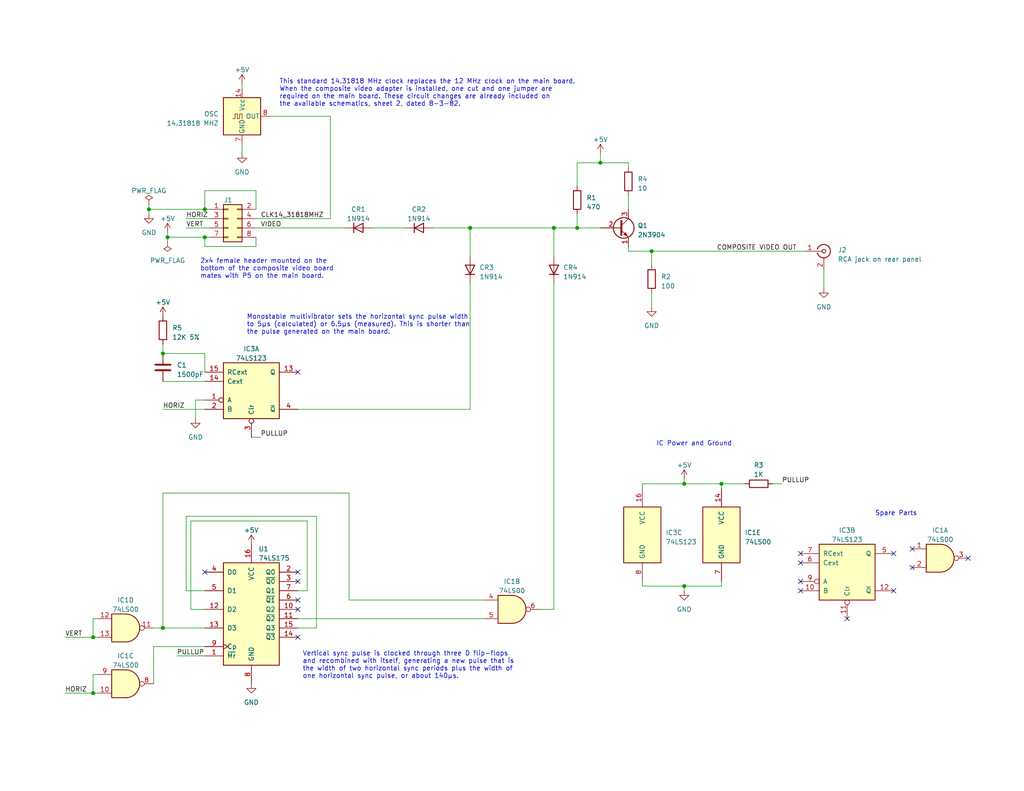
<source format=kicad_sch>
(kicad_sch (version 20230121) (generator eeschema)
  (paper "USLetter")
  (title_block (title "Zorba Composite Video Adapter") (date "2023-02-15") (company "MODCOMP") (comment 1 "Paul Williamson KB5MU") (comment 2 "Reversed engineered 2023-02-15") (comment 3 "810-300065-001A") (comment 4 "3783  MEI  47819  "))
  (lib_symbols
    (symbol "74xx:74LS00" (pin_names (offset 1.016))
      (property "Reference" "U" (at 0 1.27 0))
      (property "Value" "74LS00" (at 0 -1.27 0))
      (symbol "74LS00_1_1"
        (arc (start 0 -3.81) (mid 3.7934 0) (end 0 3.81) (stroke (width 0.254)) (fill (type background)))
        (polyline (pts (xy 0 3.81) (xy -3.81 3.81) (xy -3.81 -3.81) (xy 0 -3.81)) (stroke (width 0.254)) (fill (type background)))
        (pin input line (at -7.62 2.54 0) (length 3.81) (name "~") (number "1"))
        (pin input line (at -7.62 -2.54 0) (length 3.81) (name "~") (number "2"))
        (pin output inverted (at 7.62 0 180) (length 3.81) (name "~") (number "3"))
      )
      (symbol "74LS00_1_2"
        (arc (start -3.81 -3.81) (mid -2.589 0) (end -3.81 3.81) (stroke (width 0.254)))
        (arc (start -0.6096 -3.81) (mid 2.1842 -2.5851) (end 3.81 0) (stroke (width 0.254)) (fill (type background)))
        (polyline (pts (xy -3.81 -3.81) (xy -0.635 -3.81)) (stroke (width 0.254)) (fill (type background)))
        (polyline (pts (xy -3.81 3.81) (xy -0.635 3.81)) (stroke (width 0.254)) (fill (type background)))
        (polyline (pts (xy -0.635 3.81) (xy -3.81 3.81) (xy -3.81 3.81) (xy -3.556 3.4036) (xy -3.0226 2.2606) (xy -2.6924 1.0414) (xy -2.6162 -0.254) (xy -2.7686 -1.4986) (xy -3.175 -2.7178) (xy -3.81 -3.81) (xy -3.81 -3.81) (xy -0.635 -3.81)) (stroke (width -25.4)) (fill (type background)))
        (arc (start 3.81 0) (mid 2.1915 2.5936) (end -0.6096 3.81) (stroke (width 0.254)) (fill (type background)))
        (pin input inverted (at -7.62 2.54 0) (length 4.318) (name "~") (number "1"))
        (pin input inverted (at -7.62 -2.54 0) (length 4.318) (name "~") (number "2"))
        (pin output line (at 7.62 0 180) (length 3.81) (name "~") (number "3"))
      )
      (symbol "74LS00_2_1"
        (arc (start 0 -3.81) (mid 3.7934 0) (end 0 3.81) (stroke (width 0.254)) (fill (type background)))
        (polyline (pts (xy 0 3.81) (xy -3.81 3.81) (xy -3.81 -3.81) (xy 0 -3.81)) (stroke (width 0.254)) (fill (type background)))
        (pin input line (at -7.62 2.54 0) (length 3.81) (name "~") (number "4"))
        (pin input line (at -7.62 -2.54 0) (length 3.81) (name "~") (number "5"))
        (pin output inverted (at 7.62 0 180) (length 3.81) (name "~") (number "6"))
      )
      (symbol "74LS00_2_2"
        (arc (start -3.81 -3.81) (mid -2.589 0) (end -3.81 3.81) (stroke (width 0.254)))
        (arc (start -0.6096 -3.81) (mid 2.1842 -2.5851) (end 3.81 0) (stroke (width 0.254)) (fill (type background)))
        (polyline (pts (xy -3.81 -3.81) (xy -0.635 -3.81)) (stroke (width 0.254)) (fill (type background)))
        (polyline (pts (xy -3.81 3.81) (xy -0.635 3.81)) (stroke (width 0.254)) (fill (type background)))
        (polyline (pts (xy -0.635 3.81) (xy -3.81 3.81) (xy -3.81 3.81) (xy -3.556 3.4036) (xy -3.0226 2.2606) (xy -2.6924 1.0414) (xy -2.6162 -0.254) (xy -2.7686 -1.4986) (xy -3.175 -2.7178) (xy -3.81 -3.81) (xy -3.81 -3.81) (xy -0.635 -3.81)) (stroke (width -25.4)) (fill (type background)))
        (arc (start 3.81 0) (mid 2.1915 2.5936) (end -0.6096 3.81) (stroke (width 0.254)) (fill (type background)))
        (pin input inverted (at -7.62 2.54 0) (length 4.318) (name "~") (number "4"))
        (pin input inverted (at -7.62 -2.54 0) (length 4.318) (name "~") (number "5"))
        (pin output line (at 7.62 0 180) (length 3.81) (name "~") (number "6"))
      )
      (symbol "74LS00_3_1"
        (arc (start 0 -3.81) (mid 3.7934 0) (end 0 3.81) (stroke (width 0.254)) (fill (type background)))
        (polyline (pts (xy 0 3.81) (xy -3.81 3.81) (xy -3.81 -3.81) (xy 0 -3.81)) (stroke (width 0.254)) (fill (type background)))
        (pin input line (at -7.62 -2.54 0) (length 3.81) (name "~") (number "10"))
        (pin output inverted (at 7.62 0 180) (length 3.81) (name "~") (number "8"))
        (pin input line (at -7.62 2.54 0) (length 3.81) (name "~") (number "9"))
      )
      (symbol "74LS00_3_2"
        (arc (start -3.81 -3.81) (mid -2.589 0) (end -3.81 3.81) (stroke (width 0.254)))
        (arc (start -0.6096 -3.81) (mid 2.1842 -2.5851) (end 3.81 0) (stroke (width 0.254)) (fill (type background)))
        (polyline (pts (xy -3.81 -3.81) (xy -0.635 -3.81)) (stroke (width 0.254)) (fill (type background)))
        (polyline (pts (xy -3.81 3.81) (xy -0.635 3.81)) (stroke (width 0.254)) (fill (type background)))
        (polyline (pts (xy -0.635 3.81) (xy -3.81 3.81) (xy -3.81 3.81) (xy -3.556 3.4036) (xy -3.0226 2.2606) (xy -2.6924 1.0414) (xy -2.6162 -0.254) (xy -2.7686 -1.4986) (xy -3.175 -2.7178) (xy -3.81 -3.81) (xy -3.81 -3.81) (xy -0.635 -3.81)) (stroke (width -25.4)) (fill (type background)))
        (arc (start 3.81 0) (mid 2.1915 2.5936) (end -0.6096 3.81) (stroke (width 0.254)) (fill (type background)))
        (pin input inverted (at -7.62 -2.54 0) (length 4.318) (name "~") (number "10"))
        (pin output line (at 7.62 0 180) (length 3.81) (name "~") (number "8"))
        (pin input inverted (at -7.62 2.54 0) (length 4.318) (name "~") (number "9"))
      )
      (symbol "74LS00_4_1"
        (arc (start 0 -3.81) (mid 3.7934 0) (end 0 3.81) (stroke (width 0.254)) (fill (type background)))
        (polyline (pts (xy 0 3.81) (xy -3.81 3.81) (xy -3.81 -3.81) (xy 0 -3.81)) (stroke (width 0.254)) (fill (type background)))
        (pin output inverted (at 7.62 0 180) (length 3.81) (name "~") (number "11"))
        (pin input line (at -7.62 2.54 0) (length 3.81) (name "~") (number "12"))
        (pin input line (at -7.62 -2.54 0) (length 3.81) (name "~") (number "13"))
      )
      (symbol "74LS00_4_2"
        (arc (start -3.81 -3.81) (mid -2.589 0) (end -3.81 3.81) (stroke (width 0.254)))
        (arc (start -0.6096 -3.81) (mid 2.1842 -2.5851) (end 3.81 0) (stroke (width 0.254)) (fill (type background)))
        (polyline (pts (xy -3.81 -3.81) (xy -0.635 -3.81)) (stroke (width 0.254)) (fill (type background)))
        (polyline (pts (xy -3.81 3.81) (xy -0.635 3.81)) (stroke (width 0.254)) (fill (type background)))
        (polyline (pts (xy -0.635 3.81) (xy -3.81 3.81) (xy -3.81 3.81) (xy -3.556 3.4036) (xy -3.0226 2.2606) (xy -2.6924 1.0414) (xy -2.6162 -0.254) (xy -2.7686 -1.4986) (xy -3.175 -2.7178) (xy -3.81 -3.81) (xy -3.81 -3.81) (xy -0.635 -3.81)) (stroke (width -25.4)) (fill (type background)))
        (arc (start 3.81 0) (mid 2.1915 2.5936) (end -0.6096 3.81) (stroke (width 0.254)) (fill (type background)))
        (pin output line (at 7.62 0 180) (length 3.81) (name "~") (number "11"))
        (pin input inverted (at -7.62 2.54 0) (length 4.318) (name "~") (number "12"))
        (pin input inverted (at -7.62 -2.54 0) (length 4.318) (name "~") (number "13"))
      )
      (symbol "74LS00_5_0"
        (pin power_in line (at 0 12.7 270) (length 5.08) (name "VCC") (number "14"))
        (pin power_in line (at 0 -12.7 90) (length 5.08) (name "GND") (number "7"))
      )
      (symbol "74LS00_5_1"
        (rectangle (start -5.08 7.62) (end 5.08 -7.62) (stroke (width 0.254)) (fill (type background)))
      )
    )
    (symbol "74xx:74LS123" (pin_names (offset 1.016))
      (property "Reference" "U" (at -7.62 8.89 0))
      (property "Value" "74LS123" (at -7.62 -8.89 0))
      (symbol "74LS123_1_0"
        (pin input inverted (at -12.7 -2.54 0) (length 5.08) (name "A") (number "1"))
        (pin output line (at 12.7 5.08 180) (length 5.08) (name "Q") (number "13"))
        (pin input line (at -12.7 2.54 0) (length 5.08) (name "Cext") (number "14"))
        (pin input line (at -12.7 5.08 0) (length 5.08) (name "RCext") (number "15"))
        (pin input line (at -12.7 -5.08 0) (length 5.08) (name "B") (number "2"))
        (pin input inverted (at 0 -12.7 90) (length 5.08) (name "Clr") (number "3"))
        (pin output line (at 12.7 -5.08 180) (length 5.08) (name "~{Q}") (number "4"))
      )
      (symbol "74LS123_1_1"
        (rectangle (start -7.62 7.62) (end 7.62 -7.62) (stroke (width 0.254)) (fill (type background)))
      )
      (symbol "74LS123_2_0"
        (pin input line (at -12.7 -5.08 0) (length 5.08) (name "B") (number "10"))
        (pin input inverted (at 0 -12.7 90) (length 5.08) (name "Clr") (number "11"))
        (pin output line (at 12.7 -5.08 180) (length 5.08) (name "~{Q}") (number "12"))
        (pin output line (at 12.7 5.08 180) (length 5.08) (name "Q") (number "5"))
        (pin input line (at -12.7 2.54 0) (length 5.08) (name "Cext") (number "6"))
        (pin input line (at -12.7 5.08 0) (length 5.08) (name "RCext") (number "7"))
        (pin input inverted (at -12.7 -2.54 0) (length 5.08) (name "A") (number "9"))
      )
      (symbol "74LS123_2_1"
        (rectangle (start -7.62 7.62) (end 7.62 -7.62) (stroke (width 0.254)) (fill (type background)))
      )
      (symbol "74LS123_3_0"
        (pin power_in line (at 0 12.7 270) (length 5.08) (name "VCC") (number "16"))
        (pin power_in line (at 0 -12.7 90) (length 5.08) (name "GND") (number "8"))
      )
      (symbol "74LS123_3_1"
        (rectangle (start -5.08 7.62) (end 5.08 -7.62) (stroke (width 0.254)) (fill (type background)))
      )
    )
    (symbol "74xx:74LS175" (pin_names (offset 1.016))
      (property "Reference" "U" (at -7.62 13.97 0))
      (property "Value" "74LS175" (at -7.62 -16.51 0))
      (symbol "74LS175_1_0"
        (pin input line (at -12.7 -12.7 0) (length 5.08) (name "~{Mr}") (number "1"))
        (pin output line (at 12.7 0 180) (length 5.08) (name "Q2") (number "10"))
        (pin output line (at 12.7 -2.54 180) (length 5.08) (name "~{Q2}") (number "11"))
        (pin input line (at -12.7 0 0) (length 5.08) (name "D2") (number "12"))
        (pin input line (at -12.7 -5.08 0) (length 5.08) (name "D3") (number "13"))
        (pin output line (at 12.7 -7.62 180) (length 5.08) (name "~{Q3}") (number "14"))
        (pin output line (at 12.7 -5.08 180) (length 5.08) (name "Q3") (number "15"))
        (pin power_in line (at 0 17.78 270) (length 5.08) (name "VCC") (number "16"))
        (pin output line (at 12.7 10.16 180) (length 5.08) (name "Q0") (number "2"))
        (pin output line (at 12.7 7.62 180) (length 5.08) (name "~{Q0}") (number "3"))
        (pin input line (at -12.7 10.16 0) (length 5.08) (name "D0") (number "4"))
        (pin input line (at -12.7 5.08 0) (length 5.08) (name "D1") (number "5"))
        (pin output line (at 12.7 2.54 180) (length 5.08) (name "~{Q1}") (number "6"))
        (pin output line (at 12.7 5.08 180) (length 5.08) (name "Q1") (number "7"))
        (pin power_in line (at 0 -20.32 90) (length 5.08) (name "GND") (number "8"))
        (pin input clock (at -12.7 -10.16 0) (length 5.08) (name "Cp") (number "9"))
      )
      (symbol "74LS175_1_1"
        (rectangle (start -7.62 12.7) (end 7.62 -15.24) (stroke (width 0.254)) (fill (type background)))
      )
    )
    (symbol "Connector:Conn_Coaxial" (pin_names (offset 1.016) hide)
      (property "Reference" "J" (at 0.254 3.048 0))
      (property "Value" "Conn_Coaxial" (at 2.921 0 90))
      (symbol "Conn_Coaxial_0_1"
        (arc (start -1.778 -0.508) (mid 0.2311 -1.8066) (end 1.778 0) (stroke (width 0.254)))
        (polyline (pts (xy -2.54 0) (xy -0.508 0)))
        (polyline (pts (xy 0 -2.54) (xy 0 -1.778)))
        (circle (center 0 0) (radius 0.508) (stroke (width 0.2032)))
        (arc (start 1.778 0) (mid 0.2099 1.8101) (end -1.778 0.508) (stroke (width 0.254)))
      )
      (symbol "Conn_Coaxial_1_1"
        (pin passive line (at -5.08 0 0) (length 2.54) (name "In") (number "1"))
        (pin passive line (at 0 -5.08 90) (length 2.54) (name "Ext") (number "2"))
      )
    )
    (symbol "Connector_Generic:Conn_02x04_Odd_Even" (pin_names (offset 1.016) hide)
      (property "Reference" "J" (at 1.27 5.08 0))
      (property "Value" "Conn_02x04_Odd_Even" (at 1.27 -7.62 0))
      (symbol "Conn_02x04_Odd_Even_1_1"
        (rectangle (start -1.27 -4.953) (end 0 -5.207) (stroke (width 0.1524)))
        (rectangle (start -1.27 -2.413) (end 0 -2.667) (stroke (width 0.1524)))
        (rectangle (start -1.27 0.127) (end 0 -0.127) (stroke (width 0.1524)))
        (rectangle (start -1.27 2.667) (end 0 2.413) (stroke (width 0.1524)))
        (rectangle (start -1.27 3.81) (end 3.81 -6.35) (stroke (width 0.254)) (fill (type background)))
        (rectangle (start 3.81 -4.953) (end 2.54 -5.207) (stroke (width 0.1524)))
        (rectangle (start 3.81 -2.413) (end 2.54 -2.667) (stroke (width 0.1524)))
        (rectangle (start 3.81 0.127) (end 2.54 -0.127) (stroke (width 0.1524)))
        (rectangle (start 3.81 2.667) (end 2.54 2.413) (stroke (width 0.1524)))
        (pin passive line (at -5.08 2.54 0) (length 3.81) (name "Pin_1") (number "1"))
        (pin passive line (at 7.62 2.54 180) (length 3.81) (name "Pin_2") (number "2"))
        (pin passive line (at -5.08 0 0) (length 3.81) (name "Pin_3") (number "3"))
        (pin passive line (at 7.62 0 180) (length 3.81) (name "Pin_4") (number "4"))
        (pin passive line (at -5.08 -2.54 0) (length 3.81) (name "Pin_5") (number "5"))
        (pin passive line (at 7.62 -2.54 180) (length 3.81) (name "Pin_6") (number "6"))
        (pin passive line (at -5.08 -5.08 0) (length 3.81) (name "Pin_7") (number "7"))
        (pin passive line (at 7.62 -5.08 180) (length 3.81) (name "Pin_8") (number "8"))
      )
    )
    (symbol "Device:C" (pin_numbers hide) (pin_names (offset 0.254))
      (property "Reference" "C" (at 0.635 2.54 0))
      (property "Value" "C" (at 0.635 -2.54 0))
      (symbol "C_0_1"
        (polyline (pts (xy -2.032 -0.762) (xy 2.032 -0.762)) (stroke (width 0.508)))
        (polyline (pts (xy -2.032 0.762) (xy 2.032 0.762)) (stroke (width 0.508)))
      )
      (symbol "C_1_1"
        (pin passive line (at 0 3.81 270) (length 2.794) (name "~") (number "1"))
        (pin passive line (at 0 -3.81 90) (length 2.794) (name "~") (number "2"))
      )
    )
    (symbol "Device:R" (pin_numbers hide) (pin_names (offset 0))
      (property "Reference" "R" (at 2.032 0 90))
      (property "Value" "R" (at 0 0 90))
      (symbol "R_0_1"
        (rectangle (start -1.016 -2.54) (end 1.016 2.54) (stroke (width 0.254)))
      )
      (symbol "R_1_1"
        (pin passive line (at 0 3.81 270) (length 1.27) (name "~") (number "1"))
        (pin passive line (at 0 -3.81 90) (length 1.27) (name "~") (number "2"))
      )
    )
    (symbol "Diode:1N914" (pin_numbers hide) (pin_names hide)
      (property "Reference" "D" (at 0 2.54 0))
      (property "Value" "1N914" (at 0 -2.54 0))
      (symbol "1N914_0_1"
        (polyline (pts (xy -1.27 1.27) (xy -1.27 -1.27)) (stroke (width 0.254)))
        (polyline (pts (xy 1.27 0) (xy -1.27 0)))
        (polyline (pts (xy 1.27 1.27) (xy 1.27 -1.27) (xy -1.27 0) (xy 1.27 1.27)) (stroke (width 0.254)))
      )
      (symbol "1N914_1_1"
        (pin passive line (at -3.81 0 0) (length 2.54) (name "K") (number "1"))
        (pin passive line (at 3.81 0 180) (length 2.54) (name "A") (number "2"))
      )
    )
    (symbol "Oscillator:TCXO-14" (pin_names (offset 0.254))
      (property "Reference" "X" (at -5.08 6.35 0))
      (property "Value" "TCXO-14" (at 1.27 -6.35 0))
      (symbol "TCXO-14_0_1"
        (rectangle (start -5.08 5.08) (end 5.08 -5.08) (stroke (width 0.254)) (fill (type background)))
        (polyline (pts (xy -2.54 -0.635) (xy -1.905 -0.635) (xy -1.905 0.635) (xy -1.27 0.635) (xy -1.27 -0.635) (xy -0.635 -0.635) (xy -0.635 0.635) (xy 0 0.635) (xy 0 -0.635)))
      )
      (symbol "TCXO-14_1_1"
        (pin no_connect line (at -5.08 2.54 0) (length 2.54) hide (name "NC") (number "1"))
        (pin power_in line (at 0 7.62 270) (length 2.54) (name "Vcc") (number "14"))
        (pin power_in line (at 0 -7.62 90) (length 2.54) (name "GND") (number "7"))
        (pin output line (at 7.62 0 180) (length 2.54) (name "OUT") (number "8"))
      )
    )
    (symbol "Transistor_BJT:2N3904" (pin_names (offset 0) hide)
      (property "Reference" "Q" (at 5.08 1.905 0))
      (property "Value" "2N3904" (at 5.08 0 0))
      (symbol "2N3904_0_1"
        (polyline (pts (xy 0.635 0.635) (xy 2.54 2.54)))
        (polyline (pts (xy 0.635 -0.635) (xy 2.54 -2.54) (xy 2.54 -2.54)))
        (polyline (pts (xy 0.635 1.905) (xy 0.635 -1.905) (xy 0.635 -1.905)) (stroke (width 0.508)))
        (polyline (pts (xy 1.27 -1.778) (xy 1.778 -1.27) (xy 2.286 -2.286) (xy 1.27 -1.778) (xy 1.27 -1.778)) (fill (type outline)))
        (circle (center 1.27 0) (radius 2.8194) (stroke (width 0.254)))
      )
      (symbol "2N3904_1_1"
        (pin passive line (at 2.54 -5.08 90) (length 2.54) (name "E") (number "1"))
        (pin passive line (at -5.08 0 0) (length 5.715) (name "B") (number "2"))
        (pin passive line (at 2.54 5.08 270) (length 2.54) (name "C") (number "3"))
      )
    )
    (symbol "power:+5V" (power) (pin_names (offset 0))
      (property "Value" "+5V" (at 0 3.556 0))
      (symbol "+5V_0_1"
        (polyline (pts (xy -0.762 1.27) (xy 0 2.54)))
        (polyline (pts (xy 0 0) (xy 0 2.54)))
        (polyline (pts (xy 0 2.54) (xy 0.762 1.27)))
      )
      (symbol "+5V_1_1"
        (pin power_in line (at 0 0 90) (length 0) hide (name "+5V") (number "1"))
      )
    )
    (symbol "power:GND" (power) (pin_names (offset 0))
      (property "Value" "GND" (at 0 -3.81 0))
      (symbol "GND_0_1"
        (polyline (pts (xy 0 0) (xy 0 -1.27) (xy 1.27 -1.27) (xy 0 -2.54) (xy -1.27 -1.27) (xy 0 -1.27)))
      )
      (symbol "GND_1_1"
        (pin power_in line (at 0 0 270) (length 0) hide (name "GND") (number "1"))
      )
    )
    (symbol "power:PWR_FLAG" (power) (pin_numbers hide) (pin_names (offset 0) hide)
      (property "Value" "PWR_FLAG" (at 0 3.81 0))
      (symbol "PWR_FLAG_0_0"
        (pin power_out line (at 0 0 90) (length 0) (name "pwr") (number "1"))
      )
      (symbol "PWR_FLAG_0_1"
        (polyline (pts (xy 0 0) (xy 0 1.27) (xy -1.016 1.905) (xy 0 2.54) (xy 1.016 1.905) (xy 0 1.27)))
      )
    )
  )
  (junction (at 44.45 171.45))
  (junction (at 157.48 62.23))
  (junction (at 151.13 62.23))
  (junction (at 186.69 160.02))
  (junction (at 45.72 64.77))
  (junction (at 128.27 62.23))
  (junction (at 55.88 64.77))
  (junction (at 25.4 173.99))
  (junction (at 186.69 132.08))
  (junction (at 55.88 57.15))
  (junction (at 163.83 44.45))
  (junction (at 177.8 68.58))
  (junction (at 44.45 96.52))
  (junction (at 25.4 189.23))
  (junction (at 196.85 132.08))
  (junction (at 40.64 57.15))
  (no_connect (at 81.28 101.6))
  (no_connect (at 55.88 156.21))
  (no_connect (at 248.92 149.86))
  (no_connect (at 218.44 153.67))
  (no_connect (at 81.28 158.75))
  (no_connect (at 243.84 161.29))
  (no_connect (at 81.28 156.21))
  (no_connect (at 231.14 168.91))
  (no_connect (at 81.28 166.37))
  (no_connect (at 81.28 163.83))
  (no_connect (at 218.44 151.13))
  (no_connect (at 248.92 154.94))
  (no_connect (at 81.28 173.99))
  (no_connect (at 264.16 152.4))
  (no_connect (at 218.44 161.29))
  (no_connect (at 243.84 151.13))
  (no_connect (at 218.44 158.75))
  (wire (pts (xy 55.88 109.22) (xy 53.34 109.22)))
  (wire (pts (xy 50.8 161.29) (xy 55.88 161.29)))
  (wire (pts (xy 69.85 64.77) (xy 69.85 67.31)))
  (wire (pts (xy 41.91 176.53) (xy 55.88 176.53)))
  (wire (pts (xy 175.26 132.08) (xy 175.26 133.35)))
  (wire (pts (xy 50.8 140.97) (xy 50.8 161.29)))
  (wire (pts (xy 171.45 53.34) (xy 171.45 57.15)))
  (wire (pts (xy 40.64 58.42) (xy 40.64 57.15)))
  (wire (pts (xy 44.45 171.45) (xy 55.88 171.45)))
  (wire (pts (xy 53.34 109.22) (xy 53.34 114.3)))
  (wire (pts (xy 44.45 93.98) (xy 44.45 96.52)))
  (wire (pts (xy 69.85 57.15) (xy 69.85 52.07)))
  (wire (pts (xy 50.8 62.23) (xy 57.15 62.23)))
  (wire (pts (xy 52.07 166.37) (xy 55.88 166.37)))
  (wire (pts (xy 132.08 163.83) (xy 95.25 163.83)))
  (wire (pts (xy 224.79 73.66) (xy 224.79 78.74)))
  (wire (pts (xy 26.67 184.15) (xy 25.4 184.15)))
  (wire (pts (xy 151.13 62.23) (xy 157.48 62.23)))
  (wire (pts (xy 69.85 52.07) (xy 55.88 52.07)))
  (wire (pts (xy 171.45 68.58) (xy 177.8 68.58)))
  (wire (pts (xy 186.69 161.29) (xy 186.69 160.02)))
  (wire (pts (xy 68.58 119.38) (xy 71.12 119.38)))
  (wire (pts (xy 177.8 80.01) (xy 177.8 83.82)))
  (wire (pts (xy 45.72 64.77) (xy 55.88 64.77)))
  (wire (pts (xy 55.88 52.07) (xy 55.88 57.15)))
  (wire (pts (xy 186.69 130.81) (xy 186.69 132.08)))
  (wire (pts (xy 171.45 67.31) (xy 171.45 68.58)))
  (wire (pts (xy 41.91 186.69) (xy 41.91 176.53)))
  (wire (pts (xy 81.28 111.76) (xy 128.27 111.76)))
  (wire (pts (xy 41.91 171.45) (xy 44.45 171.45)))
  (wire (pts (xy 45.72 63.5) (xy 45.72 64.77)))
  (wire (pts (xy 25.4 189.23) (xy 26.67 189.23)))
  (wire (pts (xy 81.28 171.45) (xy 86.36 171.45)))
  (wire (pts (xy 55.88 64.77) (xy 55.88 67.31)))
  (wire (pts (xy 186.69 160.02) (xy 196.85 160.02)))
  (wire (pts (xy 26.67 168.91) (xy 25.4 168.91)))
  (wire (pts (xy 83.82 142.24) (xy 52.07 142.24)))
  (wire (pts (xy 81.28 168.91) (xy 132.08 168.91)))
  (wire (pts (xy 147.32 166.37) (xy 151.13 166.37)))
  (wire (pts (xy 90.17 59.69) (xy 69.85 59.69)))
  (wire (pts (xy 186.69 132.08) (xy 196.85 132.08)))
  (wire (pts (xy 44.45 96.52) (xy 55.88 96.52)))
  (wire (pts (xy 157.48 58.42) (xy 157.48 62.23)))
  (wire (pts (xy 128.27 62.23) (xy 151.13 62.23)))
  (wire (pts (xy 177.8 68.58) (xy 177.8 72.39)))
  (wire (pts (xy 44.45 111.76) (xy 55.88 111.76)))
  (wire (pts (xy 40.64 57.15) (xy 55.88 57.15)))
  (wire (pts (xy 196.85 132.08) (xy 203.2 132.08)))
  (wire (pts (xy 196.85 132.08) (xy 196.85 133.35)))
  (wire (pts (xy 83.82 161.29) (xy 83.82 142.24)))
  (wire (pts (xy 69.85 62.23) (xy 93.98 62.23)))
  (wire (pts (xy 44.45 104.14) (xy 55.88 104.14)))
  (wire (pts (xy 151.13 62.23) (xy 151.13 69.85)))
  (wire (pts (xy 55.88 96.52) (xy 55.88 101.6)))
  (wire (pts (xy 90.17 31.75) (xy 90.17 59.69)))
  (wire (pts (xy 171.45 44.45) (xy 163.83 44.45)))
  (wire (pts (xy 157.48 44.45) (xy 157.48 50.8)))
  (wire (pts (xy 163.83 44.45) (xy 157.48 44.45)))
  (wire (pts (xy 128.27 62.23) (xy 128.27 69.85)))
  (wire (pts (xy 55.88 57.15) (xy 57.15 57.15)))
  (wire (pts (xy 95.25 163.83) (xy 95.25 134.62)))
  (wire (pts (xy 81.28 161.29) (xy 83.82 161.29)))
  (wire (pts (xy 73.66 31.75) (xy 90.17 31.75)))
  (wire (pts (xy 66.04 39.37) (xy 66.04 41.91)))
  (wire (pts (xy 86.36 140.97) (xy 50.8 140.97)))
  (wire (pts (xy 40.64 55.88) (xy 40.64 57.15)))
  (wire (pts (xy 86.36 171.45) (xy 86.36 140.97)))
  (wire (pts (xy 52.07 142.24) (xy 52.07 166.37)))
  (wire (pts (xy 157.48 62.23) (xy 163.83 62.23)))
  (wire (pts (xy 177.8 68.58) (xy 219.71 68.58)))
  (wire (pts (xy 210.82 132.08) (xy 213.36 132.08)))
  (wire (pts (xy 55.88 67.31) (xy 69.85 67.31)))
  (wire (pts (xy 66.04 24.13) (xy 66.04 22.86)))
  (wire (pts (xy 163.83 41.91) (xy 163.83 44.45)))
  (wire (pts (xy 175.26 132.08) (xy 186.69 132.08)))
  (wire (pts (xy 25.4 168.91) (xy 25.4 173.99)))
  (wire (pts (xy 50.8 59.69) (xy 57.15 59.69)))
  (wire (pts (xy 55.88 64.77) (xy 57.15 64.77)))
  (wire (pts (xy 48.26 179.07) (xy 55.88 179.07)))
  (wire (pts (xy 171.45 45.72) (xy 171.45 44.45)))
  (wire (pts (xy 25.4 184.15) (xy 25.4 189.23)))
  (wire (pts (xy 118.11 62.23) (xy 128.27 62.23)))
  (wire (pts (xy 45.72 66.04) (xy 45.72 64.77)))
  (wire (pts (xy 196.85 160.02) (xy 196.85 158.75)))
  (wire (pts (xy 95.25 134.62) (xy 44.45 134.62)))
  (wire (pts (xy 44.45 134.62) (xy 44.45 171.45)))
  (wire (pts (xy 101.6 62.23) (xy 110.49 62.23)))
  (wire (pts (xy 175.26 160.02) (xy 186.69 160.02)))
  (wire (pts (xy 175.26 158.75) (xy 175.26 160.02)))
  (wire (pts (xy 25.4 173.99) (xy 26.67 173.99)))
  (wire (pts (xy 128.27 111.76) (xy 128.27 77.47)))
  (wire (pts (xy 151.13 166.37) (xy 151.13 77.47)))
  (wire (pts (xy 17.78 189.23) (xy 25.4 189.23)))
  (wire (pts (xy 17.78 173.99) (xy 25.4 173.99)))
  (text "IC Power and Ground" (at 179.07 121.92 0) (effects (font (size 1.27 1.27)) (justify left bottom)))
  (text "Vertical sync pulse is clocked through three D flip-flops\nand recombined with itself, generating a new pulse that is\nthe width of two horizontal sync periods plus the width of\none horizontal sync pulse, or about 140µs." (at 82.55 185.42 0) (effects (font (size 1.27 1.27)) (justify left bottom)))
  (text "This standard 14.31818 MHz clock replaces the 12 MHz clock on the main board.\nWhen the composite video adapter is installed, one cut and one jumper are\nrequired on the main board. These circuit changes are already included on\nthe available schematics, sheet 2, dated 8-3-82." (at 76.2 29.21 0) (effects (font (size 1.27 1.27)) (justify left bottom)))
  (text "Spare Parts" (at 238.76 140.97 0) (effects (font (size 1.27 1.27)) (justify left bottom)))
  (text "Monostable multivibrator sets the horizontal sync pulse width\nto 5µs (calculated) or 6.5µs (measured). This is shorter than\nthe pulse generated on the main board." (at 67.31 91.44 0) (effects (font (size 1.27 1.27)) (justify left bottom)))
  (text "2x4 female header mounted on the\nbottom of the composite video board\nmates with P5 on the main board." (at 54.61 76.2 0) (effects (font (size 1.27 1.27)) (justify left bottom)))
  (label "HORIZ" (at 17.78 189.23 0))
  (label "PULLUP" (at 71.12 119.38 0))
  (label "VERT" (at 50.8 62.23 0))
  (label "VERT" (at 17.78 173.99 0))
  (label "CLK14_31818MHZ" (at 71.12 59.69 0))
  (label "COMPOSITE VIDEO OUT" (at 195.58 68.58 0))
  (label "HORIZ" (at 44.45 111.76 0))
  (label "VIDEO" (at 71.12 62.23 0))
  (label "HORIZ" (at 50.8 59.69 0))
  (label "PULLUP" (at 213.36 132.08 0))
  (label "PULLUP" (at 48.26 179.07 0))
  (symbol (lib_id "74xx:74LS00") (at 196.85 146.05 0) (unit 5)
    (property "Reference" "IC1" (at 203.2 145.415 0) (effects (justify left)))
    (property "Value" "74LS00" (at 203.2 147.955 0) (effects (justify left)))
    (property "Datasheet" "http://www.ti.com/lit/gpn/sn74ls00" (effects hide))
  )
  (symbol (lib_id "Connector_Generic:Conn_02x04_Odd_Even") (at 62.23 59.69 0) (unit 1)
    (property "Reference" "J1" (at 62.23 54.61 0))
    (property "Value" "Conn_02x04_Odd_Even" (effects hide))
  )
  (symbol (lib_id "74xx:74LS00") (at 34.29 171.45 0) (unit 4)
    (property "Reference" "IC1" (at 34.2817 163.83 0))
    (property "Value" "74LS00" (at 34.2817 166.37 0))
    (property "Datasheet" "http://www.ti.com/lit/gpn/sn74ls00" (effects hide))
  )
  (symbol (lib_id "Transistor_BJT:2N3904") (at 168.91 62.23 0) (unit 1)
    (property "Reference" "Q1" (at 173.99 61.595 0) (effects (justify left)))
    (property "Value" "2N3904" (at 173.99 64.135 0) (effects (justify left)))
    (property "Footprint" "Package_TO_SOT_THT:TO-92_Inline" (effects hide))
    (property "Datasheet" "https://www.onsemi.com/pub/Collateral/2N3903-D.PDF" (effects hide))
  )
  (symbol (lib_id "Oscillator:TCXO-14") (at 66.04 31.75 0) (unit 1)
    (property "Reference" "OSC" (at 59.69 31.115 0) (effects (justify right)))
    (property "Value" "14.31818 MHZ" (at 59.69 33.655 0) (effects (justify right)))
    (property "Footprint" "Oscillator:Oscillator_DIP-14" (effects hide))
    (property "Datasheet" "http://www.golledge.com/pdf/products/tcxos/gtxos14.pdf" (effects hide))
  )
  (symbol (lib_id "power:GND") (at 224.79 78.74 0) (unit 1)
    (property "Reference" "#PWR07" (effects hide))
    (property "Value" "GND" (at 224.79 83.82 0))
  )
  (symbol (lib_id "Connector:Conn_Coaxial") (at 224.79 68.58 0) (unit 1)
    (property "Reference" "J2" (at 228.6 68.2382 0) (effects (justify left)))
    (property "Value" "RCA jack on rear panel" (at 228.6 70.7782 0) (effects (justify left)))
    (property "Datasheet" " ~" (effects hide))
  )
  (symbol (lib_id "74xx:74LS123") (at 231.14 156.21 0) (unit 2)
    (property "Reference" "IC3" (at 231.14 144.78 0))
    (property "Value" "74LS123" (at 231.14 147.32 0))
    (property "Datasheet" "http://www.ti.com/lit/gpn/sn74LS123" (effects hide))
  )
  (symbol (lib_id "power:+5V") (at 45.72 63.5 0) (unit 1)
    (property "Reference" "#PWR02" (effects hide))
    (property "Value" "+5V" (at 45.72 59.69 0))
  )
  (symbol (lib_id "74xx:74LS123") (at 68.58 106.68 0) (unit 1)
    (property "Reference" "IC3" (at 68.58 95.25 0))
    (property "Value" "74LS123" (at 68.58 97.79 0))
    (property "Datasheet" "http://www.ti.com/lit/gpn/sn74LS123" (effects hide))
  )
  (symbol (lib_id "Diode:1N914") (at 114.3 62.23 0) (unit 1)
    (property "Reference" "CR2" (at 114.3 57.15 0))
    (property "Value" "1N914" (at 114.3 59.69 0))
    (property "Footprint" "Diode_THT:D_DO-35_SOD27_P7.62mm_Horizontal" (effects hide))
    (property "Datasheet" "http://www.vishay.com/docs/85622/1n914.pdf" (effects hide))
    (property "Sim.Device" "D" (effects hide))
    (property "Sim.Pins" "1=K 2=A" (effects hide))
  )
  (symbol (lib_id "power:+5V") (at 163.83 41.91 0) (unit 1)
    (property "Reference" "#PWR05" (effects hide))
    (property "Value" "+5V" (at 163.83 38.1 0))
  )
  (symbol (lib_id "Diode:1N914") (at 151.13 73.66 90) (unit 1)
    (property "Reference" "CR4" (at 153.67 73.025 90) (effects (justify right)))
    (property "Value" "1N914" (at 153.67 75.565 90) (effects (justify right)))
    (property "Footprint" "Diode_THT:D_DO-35_SOD27_P7.62mm_Horizontal" (effects hide))
    (property "Datasheet" "http://www.vishay.com/docs/85622/1n914.pdf" (effects hide))
    (property "Sim.Device" "D" (effects hide))
    (property "Sim.Pins" "1=K 2=A" (effects hide))
  )
  (symbol (lib_id "Device:R") (at 44.45 90.17 0) (unit 1)
    (property "Reference" "R5" (at 46.99 89.535 0) (effects (justify left)))
    (property "Value" "12K 5%" (at 46.99 92.075 0) (effects (justify left)))
  )
  (symbol (lib_id "power:+5V") (at 66.04 22.86 0) (unit 1)
    (property "Reference" "#PWR04" (effects hide))
    (property "Value" "+5V" (at 66.04 19.05 0))
  )
  (symbol (lib_id "power:+5V") (at 68.58 148.59 0) (unit 1)
    (property "Reference" "#PWR08" (effects hide))
    (property "Value" "+5V" (at 68.58 144.78 0))
  )
  (symbol (lib_id "74xx:74LS00") (at 139.7 166.37 0) (unit 2)
    (property "Reference" "IC1" (at 139.6917 158.75 0))
    (property "Value" "74LS00" (at 139.6917 161.29 0))
    (property "Datasheet" "http://www.ti.com/lit/gpn/sn74ls00" (effects hide))
  )
  (symbol (lib_id "power:PWR_FLAG") (at 45.72 66.04 180) (unit 1)
    (property "Reference" "#FLG03" (effects hide))
    (property "Value" "PWR_FLAG" (at 45.72 71.12 0))
  )
  (symbol (lib_id "power:+5V") (at 44.45 86.36 0) (unit 1)
    (property "Reference" "#PWR012" (effects hide))
    (property "Value" "+5V" (at 44.45 82.55 0))
  )
  (symbol (lib_id "power:GND") (at 177.8 83.82 0) (unit 1)
    (property "Reference" "#PWR06" (effects hide))
    (property "Value" "GND" (at 177.8 88.9 0))
  )
  (symbol (lib_id "Diode:1N914") (at 97.79 62.23 0) (unit 1)
    (property "Reference" "CR1" (at 97.79 57.15 0))
    (property "Value" "1N914" (at 97.79 59.69 0))
    (property "Footprint" "Diode_THT:D_DO-35_SOD27_P7.62mm_Horizontal" (effects hide))
    (property "Datasheet" "http://www.vishay.com/docs/85622/1n914.pdf" (effects hide))
    (property "Sim.Device" "D" (effects hide))
    (property "Sim.Pins" "1=K 2=A" (effects hide))
  )
  (symbol (lib_id "Device:R") (at 177.8 76.2 0) (unit 1)
    (property "Reference" "R2" (at 180.34 75.565 0) (effects (justify left)))
    (property "Value" "100" (at 180.34 78.105 0) (effects (justify left)))
  )
  (symbol (lib_id "Device:R") (at 171.45 49.53 0) (unit 1)
    (property "Reference" "R4" (at 173.99 48.895 0) (effects (justify left)))
    (property "Value" "10" (at 173.99 51.435 0) (effects (justify left)))
  )
  (symbol (lib_id "Device:R") (at 157.48 54.61 0) (unit 1)
    (property "Reference" "R1" (at 160.02 53.975 0) (effects (justify left)))
    (property "Value" "470" (at 160.02 56.515 0) (effects (justify left)))
  )
  (symbol (lib_id "74xx:74LS123") (at 175.26 146.05 0) (unit 3)
    (property "Reference" "IC3" (at 181.61 145.415 0) (effects (justify left)))
    (property "Value" "74LS123" (at 181.61 147.955 0) (effects (justify left)))
    (property "Datasheet" "http://www.ti.com/lit/gpn/sn74LS123" (effects hide))
  )
  (symbol (lib_id "74xx:74LS00") (at 34.29 186.69 0) (unit 3)
    (property "Reference" "IC1" (at 34.2817 179.07 0))
    (property "Value" "74LS00" (at 34.2817 181.61 0))
    (property "Datasheet" "http://www.ti.com/lit/gpn/sn74ls00" (effects hide))
  )
  (symbol (lib_id "Diode:1N914") (at 128.27 73.66 90) (unit 1)
    (property "Reference" "CR3" (at 130.81 73.025 90) (effects (justify right)))
    (property "Value" "1N914" (at 130.81 75.565 90) (effects (justify right)))
    (property "Footprint" "Diode_THT:D_DO-35_SOD27_P7.62mm_Horizontal" (effects hide))
    (property "Datasheet" "http://www.vishay.com/docs/85622/1n914.pdf" (effects hide))
    (property "Sim.Device" "D" (effects hide))
    (property "Sim.Pins" "1=K 2=A" (effects hide))
  )
  (symbol (lib_id "power:GND") (at 68.58 186.69 0) (unit 1)
    (property "Reference" "#PWR09" (effects hide))
    (property "Value" "GND" (at 68.58 191.77 0))
  )
  (symbol (lib_id "power:+5V") (at 186.69 130.81 0) (unit 1)
    (property "Reference" "#PWR011" (effects hide))
    (property "Value" "+5V" (at 186.69 127 0))
  )
  (symbol (lib_id "Device:R") (at 207.01 132.08 90) (unit 1)
    (property "Reference" "R3" (at 207.01 127 90))
    (property "Value" "1K" (at 207.01 129.54 90))
  )
  (symbol (lib_id "power:PWR_FLAG") (at 40.64 55.88 0) (unit 1)
    (property "Reference" "#FLG02" (effects hide))
    (property "Value" "PWR_FLAG" (at 40.64 52.07 0))
  )
  (symbol (lib_id "power:GND") (at 53.34 114.3 0) (unit 1)
    (property "Reference" "#PWR013" (effects hide))
    (property "Value" "GND" (at 53.34 119.38 0))
  )
  (symbol (lib_id "74xx:74LS00") (at 256.54 152.4 0) (unit 1)
    (property "Reference" "IC1" (at 256.5317 144.78 0))
    (property "Value" "74LS00" (at 256.5317 147.32 0))
    (property "Datasheet" "http://www.ti.com/lit/gpn/sn74ls00" (effects hide))
  )
  (symbol (lib_id "74xx:74LS175") (at 68.58 166.37 0) (unit 1)
    (property "Reference" "U1" (at 70.5359 149.86 0) (effects (justify left)))
    (property "Value" "74LS175" (at 70.5359 152.4 0) (effects (justify left)))
    (property "Datasheet" "http://www.ti.com/lit/gpn/sn74LS175" (effects hide))
  )
  (symbol (lib_id "power:GND") (at 40.64 58.42 0) (unit 1)
    (property "Reference" "#PWR01" (effects hide))
    (property "Value" "GND" (at 40.64 63.5 0))
  )
  (symbol (lib_id "Device:C") (at 44.45 100.33 0) (unit 1)
    (property "Reference" "C1" (at 48.26 99.695 0) (effects (justify left)))
    (property "Value" "1500pF" (at 48.26 102.235 0) (effects (justify left)))
  )
  (symbol (lib_id "power:GND") (at 186.69 161.29 0) (unit 1)
    (property "Reference" "#PWR010" (effects hide))
    (property "Value" "GND" (at 186.69 166.37 0))
  )
  (symbol (lib_id "power:GND") (at 66.04 41.91 0) (unit 1)
    (property "Reference" "#PWR03" (effects hide))
    (property "Value" "GND" (at 66.04 46.99 0))
  )
)
</source>
